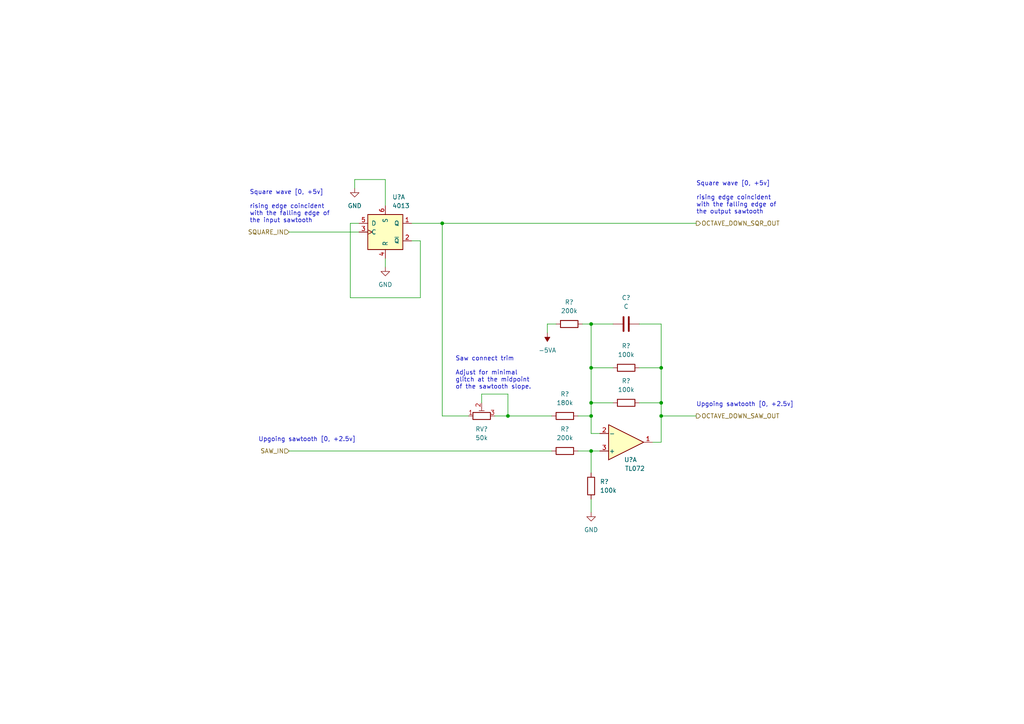
<source format=kicad_sch>
(kicad_sch (version 20211123) (generator eeschema)
  (paper "A4")
  (title_block (title "Josh Ox Ribon Synth Main VCO board") (date "2022-06-18") (rev "0") (comment 2 "creativecommons.org/licences/by/4.0") (comment 3 "license: CC by 4.0") (comment 4 "Author: Jordan Acete"))
  (lib_symbols
    (symbol "4xxx:4013" (pin_names (offset 1.016))
      (property "Reference" "U" (at -7.62 8.89 0))
      (property "Value" "4013" (at -7.62 -8.89 0))
      (symbol "4013_1_1"
        (rectangle (start -5.08 5.08) (end 5.08 -5.08) (stroke (width 0.254)) (fill (type background)))
        (pin output line (at 7.62 2.54 180) (length 2.54) (name "Q") (number "1"))
        (pin output line (at 7.62 -2.54 180) (length 2.54) (name "~{Q}") (number "2"))
        (pin input clock (at -7.62 0 0) (length 2.54) (name "C") (number "3"))
        (pin input line (at 0 -7.62 90) (length 2.54) (name "R") (number "4"))
        (pin input line (at -7.62 2.54 0) (length 2.54) (name "D") (number "5"))
        (pin input line (at 0 7.62 270) (length 2.54) (name "S") (number "6"))
      )
      (symbol "4013_2_1"
        (rectangle (start -5.08 5.08) (end 5.08 -5.08) (stroke (width 0.254)) (fill (type background)))
        (pin input line (at 0 -7.62 90) (length 2.54) (name "R") (number "10"))
        (pin input clock (at -7.62 0 0) (length 2.54) (name "C") (number "11"))
        (pin output line (at 7.62 -2.54 180) (length 2.54) (name "~{Q}") (number "12"))
        (pin output line (at 7.62 2.54 180) (length 2.54) (name "Q") (number "13"))
        (pin input line (at 0 7.62 270) (length 2.54) (name "S") (number "8"))
        (pin input line (at -7.62 2.54 0) (length 2.54) (name "D") (number "9"))
      )
      (symbol "4013_3_0"
        (pin power_in line (at 0 10.16 270) (length 2.54) (name "VDD") (number "14"))
        (pin power_in line (at 0 -10.16 90) (length 2.54) (name "VSS") (number "7"))
      )
      (symbol "4013_3_1"
        (rectangle (start -5.08 7.62) (end 5.08 -7.62) (stroke (width 0.254)) (fill (type background)))
      )
    )
    (symbol "Amplifier_Operational:TL072" (pin_names (offset 0.127))
      (property "Reference" "U" (at 0 5.08 0))
      (property "Value" "TL072" (at 0 -5.08 0))
      (symbol "TL072_1_1"
        (polyline (pts (xy -5.08 5.08) (xy 5.08 0) (xy -5.08 -5.08) (xy -5.08 5.08)) (stroke (width 0.254)) (fill (type background)))
        (pin output line (at 7.62 0 180) (length 2.54) (name "~") (number "1"))
        (pin input line (at -7.62 -2.54 0) (length 2.54) (name "-") (number "2"))
        (pin input line (at -7.62 2.54 0) (length 2.54) (name "+") (number "3"))
      )
      (symbol "TL072_2_1"
        (polyline (pts (xy -5.08 5.08) (xy 5.08 0) (xy -5.08 -5.08) (xy -5.08 5.08)) (stroke (width 0.254)) (fill (type background)))
        (pin input line (at -7.62 2.54 0) (length 2.54) (name "+") (number "5"))
        (pin input line (at -7.62 -2.54 0) (length 2.54) (name "-") (number "6"))
        (pin output line (at 7.62 0 180) (length 2.54) (name "~") (number "7"))
      )
      (symbol "TL072_3_1"
        (pin power_in line (at -2.54 -7.62 90) (length 3.81) (name "V-") (number "4"))
        (pin power_in line (at -2.54 7.62 270) (length 3.81) (name "V+") (number "8"))
      )
    )
    (symbol "Device:C" (pin_numbers hide) (pin_names (offset 0.254))
      (property "Reference" "C" (at 0.635 2.54 0))
      (property "Value" "C" (at 0.635 -2.54 0))
      (symbol "C_0_1"
        (polyline (pts (xy -2.032 -0.762) (xy 2.032 -0.762)) (stroke (width 0.508)))
        (polyline (pts (xy -2.032 0.762) (xy 2.032 0.762)) (stroke (width 0.508)))
      )
      (symbol "C_1_1"
        (pin passive line (at 0 3.81 270) (length 2.794) (name "~") (number "1"))
        (pin passive line (at 0 -3.81 90) (length 2.794) (name "~") (number "2"))
      )
    )
    (symbol "Device:R" (pin_numbers hide) (pin_names (offset 0))
      (property "Reference" "R" (at 2.032 0 90))
      (property "Value" "R" (at 0 0 90))
      (symbol "R_0_1"
        (rectangle (start -1.016 -2.54) (end 1.016 2.54) (stroke (width 0.254)))
      )
      (symbol "R_1_1"
        (pin passive line (at 0 3.81 270) (length 1.27) (name "~") (number "1"))
        (pin passive line (at 0 -3.81 90) (length 1.27) (name "~") (number "2"))
      )
    )
    (symbol "Device:R_Potentiometer_Trim" (pin_names (offset 1.016) hide)
      (property "Reference" "RV" (at -4.445 0 90))
      (property "Value" "R_Potentiometer_Trim" (at -2.54 0 90))
      (symbol "R_Potentiometer_Trim_0_1"
        (polyline (pts (xy 1.524 0.762) (xy 1.524 -0.762)))
        (polyline (pts (xy 2.54 0) (xy 1.524 0)))
        (rectangle (start 1.016 2.54) (end -1.016 -2.54) (stroke (width 0.254)))
      )
      (symbol "R_Potentiometer_Trim_1_1"
        (pin passive line (at 0 3.81 270) (length 1.27) (name "1") (number "1"))
        (pin passive line (at 3.81 0 180) (length 1.27) (name "2") (number "2"))
        (pin passive line (at 0 -3.81 90) (length 1.27) (name "3") (number "3"))
      )
    )
    (symbol "power:-5VA" (power) (pin_names (offset 0))
      (property "Value" "-5VA" (at 0 3.81 0))
      (symbol "-5VA_0_0"
        (pin power_in line (at 0 0 90) (length 0) hide (name "-5VA") (number "1"))
      )
      (symbol "-5VA_0_1"
        (polyline (pts (xy 0 0) (xy 0 1.27) (xy 0.762 1.27) (xy 0 2.54) (xy -0.762 1.27) (xy 0 1.27)) (fill (type outline)))
      )
    )
    (symbol "power:GND" (power) (pin_names (offset 0))
      (property "Value" "GND" (at 0 -3.81 0))
      (symbol "GND_0_1"
        (polyline (pts (xy 0 0) (xy 0 -1.27) (xy 1.27 -1.27) (xy 0 -2.54) (xy -1.27 -1.27) (xy 0 -1.27)))
      )
      (symbol "GND_1_1"
        (pin power_in line (at 0 0 270) (length 0) hide (name "GND") (number "1"))
      )
    )
  )
  (junction (at 128.27 64.77))
  (junction (at 191.77 120.65))
  (junction (at 171.45 130.81))
  (junction (at 191.77 116.84))
  (junction (at 171.45 93.98))
  (junction (at 171.45 120.65))
  (junction (at 171.45 116.84))
  (junction (at 147.32 120.65))
  (junction (at 171.45 106.68))
  (junction (at 191.77 106.68))
  (wire (pts (xy 119.38 64.77) (xy 128.27 64.77)))
  (wire (pts (xy 111.76 74.93) (xy 111.76 77.47)))
  (wire (pts (xy 191.77 120.65) (xy 201.93 120.65)))
  (wire (pts (xy 128.27 64.77) (xy 201.93 64.77)))
  (wire (pts (xy 147.32 120.65) (xy 160.02 120.65)))
  (wire (pts (xy 158.75 93.98) (xy 158.75 96.52)))
  (wire (pts (xy 102.87 52.07) (xy 102.87 54.61)))
  (wire (pts (xy 191.77 120.65) (xy 191.77 128.27)))
  (wire (pts (xy 168.91 93.98) (xy 171.45 93.98)))
  (wire (pts (xy 102.87 52.07) (xy 111.76 52.07)))
  (wire (pts (xy 135.89 120.65) (xy 128.27 120.65)))
  (wire (pts (xy 161.29 93.98) (xy 158.75 93.98)))
  (wire (pts (xy 119.38 69.85) (xy 121.92 69.85)))
  (wire (pts (xy 189.23 128.27) (xy 191.77 128.27)))
  (wire (pts (xy 177.8 93.98) (xy 171.45 93.98)))
  (wire (pts (xy 121.92 86.36) (xy 121.92 69.85)))
  (wire (pts (xy 171.45 93.98) (xy 171.45 106.68)))
  (wire (pts (xy 171.45 144.78) (xy 171.45 148.59)))
  (wire (pts (xy 171.45 106.68) (xy 177.8 106.68)))
  (wire (pts (xy 128.27 64.77) (xy 128.27 120.65)))
  (wire (pts (xy 171.45 120.65) (xy 171.45 116.84)))
  (wire (pts (xy 147.32 114.3) (xy 147.32 120.65)))
  (wire (pts (xy 173.99 125.73) (xy 171.45 125.73)))
  (wire (pts (xy 171.45 130.81) (xy 173.99 130.81)))
  (wire (pts (xy 167.64 120.65) (xy 171.45 120.65)))
  (wire (pts (xy 191.77 93.98) (xy 191.77 106.68)))
  (wire (pts (xy 139.7 114.3) (xy 147.32 114.3)))
  (wire (pts (xy 167.64 130.81) (xy 171.45 130.81)))
  (wire (pts (xy 83.82 67.31) (xy 104.14 67.31)))
  (wire (pts (xy 185.42 106.68) (xy 191.77 106.68)))
  (wire (pts (xy 83.82 130.81) (xy 160.02 130.81)))
  (wire (pts (xy 101.6 64.77) (xy 101.6 86.36)))
  (wire (pts (xy 104.14 64.77) (xy 101.6 64.77)))
  (wire (pts (xy 171.45 106.68) (xy 171.45 116.84)))
  (wire (pts (xy 191.77 116.84) (xy 191.77 120.65)))
  (wire (pts (xy 171.45 130.81) (xy 171.45 137.16)))
  (wire (pts (xy 143.51 120.65) (xy 147.32 120.65)))
  (wire (pts (xy 171.45 116.84) (xy 177.8 116.84)))
  (wire (pts (xy 191.77 106.68) (xy 191.77 116.84)))
  (wire (pts (xy 139.7 116.84) (xy 139.7 114.3)))
  (wire (pts (xy 101.6 86.36) (xy 121.92 86.36)))
  (wire (pts (xy 185.42 93.98) (xy 191.77 93.98)))
  (wire (pts (xy 111.76 52.07) (xy 111.76 59.69)))
  (wire (pts (xy 171.45 125.73) (xy 171.45 120.65)))
  (wire (pts (xy 185.42 116.84) (xy 191.77 116.84)))
  (text "Square wave [0, +5v]\n\nrising edge coincident \nwith the falling edge of \nthe output sawtooth" (at 201.93 62.23 0) (effects (font (size 1.27 1.27)) (justify left bottom)))
  (text "Square wave [0, +5v]\n\nrising edge coincident \nwith the falling edge of \nthe input sawtooth" (at 72.39 64.77 0) (effects (font (size 1.27 1.27)) (justify left bottom)))
  (text "Saw connect trim\n\nAdjust for minimal \nglitch at the midpoint\nof the sawtooth slope." (at 132.08 113.03 0) (effects (font (size 1.27 1.27)) (justify left bottom)))
  (text "Upgoing sawtooth [0, +2.5v]" (at 201.93 118.11 0) (effects (font (size 1.27 1.27)) (justify left bottom)))
  (text "Upgoing sawtooth [0, +2.5v]" (at 74.93 128.27 0) (effects (font (size 1.27 1.27)) (justify left bottom)))
  (hierarchical_label "SAW_IN" (shape input) (at 83.82 130.81 180))
  (hierarchical_label "OCTAVE_DOWN_SAW_OUT" (shape output) (at 201.93 120.65 0))
  (hierarchical_label "OCTAVE_DOWN_SQR_OUT" (shape output) (at 201.93 64.77 0))
  (hierarchical_label "SQUARE_IN" (shape input) (at 83.82 67.31 180))
  (symbol (lib_id "Device:R") (at 165.1 93.98 90) (unit 1)
    (property "Reference" "R?" (at 165.1 87.63 90))
    (property "Value" "200k" (at 165.1 90.17 90))
  )
  (symbol (lib_id "power:GND") (at 102.87 54.61 0) (unit 1)
    (property "Reference" "#PWR?" (effects hide))
    (property "Value" "GND" (at 102.87 59.69 0))
  )
  (symbol (lib_id "power:GND") (at 111.76 77.47 0) (unit 1)
    (property "Reference" "#PWR?" (effects hide))
    (property "Value" "GND" (at 111.76 82.55 0))
  )
  (symbol (lib_id "Device:R") (at 163.83 120.65 90) (unit 1)
    (property "Reference" "R?" (at 163.83 114.3 90))
    (property "Value" "180k" (at 163.83 116.84 90))
  )
  (symbol (lib_id "Device:R") (at 181.61 106.68 90) (unit 1)
    (property "Reference" "R?" (at 181.61 100.33 90))
    (property "Value" "100k" (at 181.61 102.87 90))
  )
  (symbol (lib_id "Device:C") (at 181.61 93.98 90) (unit 1)
    (property "Reference" "C?" (at 181.61 86.36 90))
    (property "Value" "C" (at 181.61 88.9 90))
  )
  (symbol (lib_id "Device:R") (at 171.45 140.97 0) (unit 1)
    (property "Reference" "R?" (at 173.99 139.6999 0) (effects (justify left)))
    (property "Value" "100k" (at 173.99 142.2399 0) (effects (justify left)))
  )
  (symbol (lib_id "4xxx:4013") (at 111.76 67.31 0) (unit 1)
    (property "Reference" "U?" (at 113.7794 57.15 0) (effects (justify left)))
    (property "Value" "4013" (at 113.7794 59.69 0) (effects (justify left)))
    (property "Datasheet" "http://www.onsemi.com/pub/Collateral/MC14013B-D.PDF" (effects hide))
  )
  (symbol (lib_id "power:GND") (at 171.45 148.59 0) (unit 1)
    (property "Reference" "#PWR?" (effects hide))
    (property "Value" "GND" (at 171.45 153.67 0))
  )
  (symbol (lib_id "Device:R_Potentiometer_Trim") (at 139.7 120.65 90) (unit 1)
    (property "Reference" "RV?" (at 139.7 124.46 90))
    (property "Value" "50k" (at 139.7 127 90))
  )
  (symbol (lib_id "Device:R") (at 181.61 116.84 90) (unit 1)
    (property "Reference" "R?" (at 181.61 110.49 90))
    (property "Value" "100k" (at 181.61 113.03 90))
  )
  (symbol (lib_id "power:-5VA") (at 158.75 96.52 180) (unit 1)
    (property "Reference" "#PWR?" (effects hide))
    (property "Value" "-5VA" (at 158.75 101.6 0))
  )
  (symbol (lib_id "Device:R") (at 163.83 130.81 90) (unit 1)
    (property "Reference" "R?" (at 163.83 124.46 90))
    (property "Value" "200k" (at 163.83 127 90))
  )
  (symbol (lib_id "Amplifier_Operational:TL072") (at 181.61 128.27 0) (mirror x) (unit 1)
    (property "Reference" "U?" (at 182.88 133.35 0))
    (property "Value" "TL072" (at 184.15 135.89 0))
    (property "Datasheet" "http://www.ti.com/lit/ds/symlink/tl071.pdf" (effects hide))
  )
)
</source>
